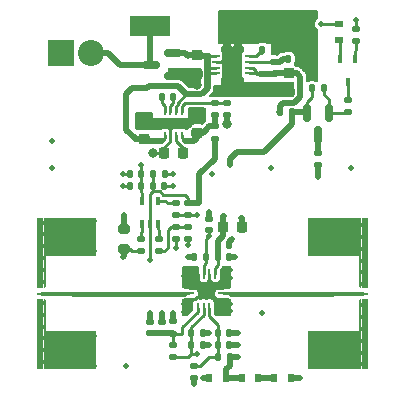
<source format=gtl>
%TF.GenerationSoftware,KiCad,Pcbnew,5.99.0-unknown-b691c18bfc~117~ubuntu20.10.1*%
%TF.CreationDate,2021-03-21T19:03:17-07:00*%
%TF.ProjectId,xx1000-qt,78783130-3030-42d7-9174-2e6b69636164,rev?*%
%TF.SameCoordinates,Original*%
%TF.FileFunction,Copper,L1,Top*%
%TF.FilePolarity,Positive*%
%FSLAX46Y46*%
G04 Gerber Fmt 4.6, Leading zero omitted, Abs format (unit mm)*
G04 Created by KiCad (PCBNEW 5.99.0-unknown-b691c18bfc~117~ubuntu20.10.1) date 2021-03-21 19:03:17*
%MOMM*%
%LPD*%
G01*
G04 APERTURE LIST*
G04 Aperture macros list*
%AMRoundRect*
0 Rectangle with rounded corners*
0 $1 Rounding radius*
0 $2 $3 $4 $5 $6 $7 $8 $9 X,Y pos of 4 corners*
0 Add a 4 corners polygon primitive as box body*
4,1,4,$2,$3,$4,$5,$6,$7,$8,$9,$2,$3,0*
0 Add four circle primitives for the rounded corners*
1,1,$1+$1,$2,$3*
1,1,$1+$1,$4,$5*
1,1,$1+$1,$6,$7*
1,1,$1+$1,$8,$9*
0 Add four rect primitives between the rounded corners*
20,1,$1+$1,$2,$3,$4,$5,0*
20,1,$1+$1,$4,$5,$6,$7,0*
20,1,$1+$1,$6,$7,$8,$9,0*
20,1,$1+$1,$8,$9,$2,$3,0*%
%AMOutline4P*
0 Free polygon, 4 corners , with rotation*
0 The origin of the aperture is its center*
0 number of corners: always 4*
0 $1 to $8 corner X, Y*
0 $9 Rotation angle, in degrees counterclockwise*
0 create outline with 4 corners*
4,1,4,$1,$2,$3,$4,$5,$6,$7,$8,$1,$2,$9*%
G04 Aperture macros list end*
%TA.AperFunction,SMDPad,CuDef*%
%ADD10R,0.600000X6.000000*%
%TD*%
%TA.AperFunction,SMDPad,CuDef*%
%ADD11R,4.500000X3.250000*%
%TD*%
%TA.AperFunction,ComponentPad*%
%ADD12C,0.500000*%
%TD*%
%TA.AperFunction,ComponentPad*%
%ADD13C,3.000000*%
%TD*%
%TA.AperFunction,SMDPad,CuDef*%
%ADD14Outline4P,-2.800000X-0.100000X2.800000X-0.100000X3.000000X0.100000X-3.000000X0.100000X90.000000*%
%TD*%
%TA.AperFunction,SMDPad,CuDef*%
%ADD15R,4.080000X0.410000*%
%TD*%
%TA.AperFunction,SMDPad,CuDef*%
%ADD16Outline4P,-0.205000X-0.475000X0.205000X-0.475000X0.095000X0.475000X-0.095000X0.475000X90.000000*%
%TD*%
%TA.AperFunction,SMDPad,CuDef*%
%ADD17RoundRect,0.135000X0.135000X0.185000X-0.135000X0.185000X-0.135000X-0.185000X0.135000X-0.185000X0*%
%TD*%
%TA.AperFunction,SMDPad,CuDef*%
%ADD18RoundRect,0.135000X-0.135000X-0.185000X0.135000X-0.185000X0.135000X0.185000X-0.135000X0.185000X0*%
%TD*%
%TA.AperFunction,SMDPad,CuDef*%
%ADD19RoundRect,0.135000X0.185000X-0.135000X0.185000X0.135000X-0.185000X0.135000X-0.185000X-0.135000X0*%
%TD*%
%TA.AperFunction,SMDPad,CuDef*%
%ADD20RoundRect,0.135000X-0.185000X0.135000X-0.185000X-0.135000X0.185000X-0.135000X0.185000X0.135000X0*%
%TD*%
%TA.AperFunction,SMDPad,CuDef*%
%ADD21RoundRect,0.140000X0.170000X-0.140000X0.170000X0.140000X-0.170000X0.140000X-0.170000X-0.140000X0*%
%TD*%
%TA.AperFunction,SMDPad,CuDef*%
%ADD22R,0.450000X0.700000*%
%TD*%
%TA.AperFunction,SMDPad,CuDef*%
%ADD23RoundRect,0.140000X0.140000X0.170000X-0.140000X0.170000X-0.140000X-0.170000X0.140000X-0.170000X0*%
%TD*%
%TA.AperFunction,SMDPad,CuDef*%
%ADD24RoundRect,0.140000X-0.140000X-0.170000X0.140000X-0.170000X0.140000X0.170000X-0.140000X0.170000X0*%
%TD*%
%TA.AperFunction,SMDPad,CuDef*%
%ADD25RoundRect,0.225000X-0.250000X0.225000X-0.250000X-0.225000X0.250000X-0.225000X0.250000X0.225000X0*%
%TD*%
%TA.AperFunction,SMDPad,CuDef*%
%ADD26RoundRect,0.225000X0.225000X0.250000X-0.225000X0.250000X-0.225000X-0.250000X0.225000X-0.250000X0*%
%TD*%
%TA.AperFunction,SMDPad,CuDef*%
%ADD27Outline4P,-2.800000X-0.100000X2.800000X-0.100000X3.000000X0.100000X-3.000000X0.100000X270.000000*%
%TD*%
%TA.AperFunction,SMDPad,CuDef*%
%ADD28Outline4P,-0.205000X-0.475000X0.205000X-0.475000X0.095000X0.475000X-0.095000X0.475000X270.000000*%
%TD*%
%TA.AperFunction,SMDPad,CuDef*%
%ADD29R,3.400000X1.800000*%
%TD*%
%TA.AperFunction,SMDPad,CuDef*%
%ADD30R,1.450000X1.450000*%
%TD*%
%TA.AperFunction,SMDPad,CuDef*%
%ADD31RoundRect,0.062500X-0.062500X-0.375000X0.062500X-0.375000X0.062500X0.375000X-0.062500X0.375000X0*%
%TD*%
%TA.AperFunction,SMDPad,CuDef*%
%ADD32RoundRect,0.062500X-0.375000X-0.062500X0.375000X-0.062500X0.375000X0.062500X-0.375000X0.062500X0*%
%TD*%
%TA.AperFunction,SMDPad,CuDef*%
%ADD33RoundRect,0.225000X0.250000X-0.225000X0.250000X0.225000X-0.250000X0.225000X-0.250000X-0.225000X0*%
%TD*%
%TA.AperFunction,SMDPad,CuDef*%
%ADD34RoundRect,0.200000X-0.275000X0.200000X-0.275000X-0.200000X0.275000X-0.200000X0.275000X0.200000X0*%
%TD*%
%TA.AperFunction,SMDPad,CuDef*%
%ADD35RoundRect,0.150000X0.587500X0.150000X-0.587500X0.150000X-0.587500X-0.150000X0.587500X-0.150000X0*%
%TD*%
%TA.AperFunction,SMDPad,CuDef*%
%ADD36RoundRect,0.140000X-0.170000X0.140000X-0.170000X-0.140000X0.170000X-0.140000X0.170000X0.140000X0*%
%TD*%
%TA.AperFunction,SMDPad,CuDef*%
%ADD37R,0.600000X0.700000*%
%TD*%
%TA.AperFunction,SMDPad,CuDef*%
%ADD38R,0.400000X0.650000*%
%TD*%
%TA.AperFunction,SMDPad,CuDef*%
%ADD39RoundRect,0.225000X-0.225000X-0.250000X0.225000X-0.250000X0.225000X0.250000X-0.225000X0.250000X0*%
%TD*%
%TA.AperFunction,SMDPad,CuDef*%
%ADD40R,0.700000X0.600000*%
%TD*%
%TA.AperFunction,SMDPad,CuDef*%
%ADD41RoundRect,0.150000X-0.150000X0.587500X-0.150000X-0.587500X0.150000X-0.587500X0.150000X0.587500X0*%
%TD*%
%TA.AperFunction,ComponentPad*%
%ADD42C,2.200000*%
%TD*%
%TA.AperFunction,ComponentPad*%
%ADD43R,2.200000X2.200000*%
%TD*%
%TA.AperFunction,SMDPad,CuDef*%
%ADD44R,0.250000X0.500000*%
%TD*%
%TA.AperFunction,SMDPad,CuDef*%
%ADD45R,1.600000X0.900000*%
%TD*%
%TA.AperFunction,SMDPad,CuDef*%
%ADD46R,1.660000X2.380000*%
%TD*%
%TA.AperFunction,SMDPad,CuDef*%
%ADD47R,0.700000X0.250000*%
%TD*%
%TA.AperFunction,ViaPad*%
%ADD48C,0.480000*%
%TD*%
%TA.AperFunction,ViaPad*%
%ADD49C,0.800000*%
%TD*%
%TA.AperFunction,Conductor*%
%ADD50C,0.500000*%
%TD*%
%TA.AperFunction,Conductor*%
%ADD51C,0.250000*%
%TD*%
%TA.AperFunction,Conductor*%
%ADD52C,0.390000*%
%TD*%
G04 APERTURE END LIST*
D10*
%TO.P,J4,2,Ext*%
%TO.N,GND*%
X99735000Y-65725000D03*
D11*
X102285000Y-73900000D03*
D12*
X99835000Y-65125000D03*
X99835000Y-68125000D03*
D13*
X102225000Y-73800000D03*
D14*
X100135000Y-72525000D03*
D12*
X99835000Y-67125000D03*
X99835000Y-71925000D03*
X99835000Y-72925000D03*
X99835000Y-73925000D03*
D13*
X102225000Y-64450000D03*
D10*
X99735000Y-72525000D03*
D12*
X99835000Y-63125000D03*
X99835000Y-66125000D03*
D11*
X102285000Y-64350000D03*
D12*
X99835000Y-74925000D03*
X99835000Y-69925000D03*
X99835000Y-64125000D03*
D14*
X100135000Y-65725000D03*
D12*
X99835000Y-70925000D03*
D15*
%TO.P,J4,1,In*%
%TO.N,Net-(J4-Pad1)*%
X102475000Y-69125000D03*
D16*
X99985000Y-69125000D03*
%TD*%
D17*
%TO.P,R10,2*%
%TO.N,Net-(R10-Pad2)*%
X120740000Y-49250000D03*
%TO.P,R10,1*%
%TO.N,GND*%
X121760000Y-49250000D03*
%TD*%
D18*
%TO.P,R7,2*%
%TO.N,+5V*%
X121010000Y-53740000D03*
%TO.P,R7,1*%
%TO.N,Net-(C6-Pad1)*%
X119990000Y-53740000D03*
%TD*%
D17*
%TO.P,R19,2*%
%TO.N,/Vg2*%
X114740000Y-74500000D03*
%TO.P,R19,1*%
%TO.N,Net-(D5-Pad2)*%
X115760000Y-74500000D03*
%TD*%
D19*
%TO.P,R11,2*%
%TO.N,GND*%
X111000000Y-71490000D03*
%TO.P,R11,1*%
%TO.N,Net-(C10-Pad1)*%
X111000000Y-72510000D03*
%TD*%
D20*
%TO.P,R14,2*%
%TO.N,Net-(D5-Pad2)*%
X112250000Y-62510000D03*
%TO.P,R14,1*%
%TO.N,-5V*%
X112250000Y-61490000D03*
%TD*%
%TO.P,R3,2*%
%TO.N,GND*%
X115500000Y-54000000D03*
%TO.P,R3,1*%
%TO.N,Net-(R2-Pad2)*%
X115500000Y-52980000D03*
%TD*%
D21*
%TO.P,C14,2*%
%TO.N,GND*%
X114000000Y-62790000D03*
%TO.P,C14,1*%
%TO.N,/mmic_bias_a1/Vp*%
X114000000Y-63750000D03*
%TD*%
D22*
%TO.P,Q2,3,C*%
%TO.N,Net-(Q2-Pad3)*%
X125750000Y-51240000D03*
%TO.P,Q2,2,E*%
%TO.N,Net-(D1-Pad1)*%
X125100000Y-49240000D03*
%TO.P,Q2,1,B*%
%TO.N,Net-(Q2-Pad1)*%
X126400000Y-49240000D03*
%TD*%
D19*
%TO.P,R16,2*%
%TO.N,Net-(R16-Pad2)*%
X111250000Y-61490000D03*
%TO.P,R16,1*%
%TO.N,Net-(D5-Pad2)*%
X111250000Y-62510000D03*
%TD*%
%TO.P,R13,2*%
%TO.N,/Vg2*%
X112750000Y-75240000D03*
%TO.P,R13,1*%
%TO.N,GND*%
X112750000Y-76260000D03*
%TD*%
D21*
%TO.P,C10,2*%
%TO.N,GND*%
X110000000Y-71500000D03*
%TO.P,C10,1*%
%TO.N,Net-(C10-Pad1)*%
X110000000Y-72460000D03*
%TD*%
D23*
%TO.P,C13,2*%
%TO.N,GND*%
X112770000Y-66000000D03*
%TO.P,C13,1*%
%TO.N,/mmic_bias_a1/Vp*%
X113730000Y-66000000D03*
%TD*%
D24*
%TO.P,C3,2*%
%TO.N,Net-(C3-Pad2)*%
X110980000Y-52490000D03*
%TO.P,C3,1*%
%TO.N,Net-(C3-Pad1)*%
X110020000Y-52490000D03*
%TD*%
%TO.P,C11,2*%
%TO.N,GND*%
X113480000Y-72500000D03*
%TO.P,C11,1*%
%TO.N,-5V*%
X112520000Y-72500000D03*
%TD*%
%TO.P,C25,2*%
%TO.N,GND*%
X110240000Y-60000000D03*
%TO.P,C25,1*%
%TO.N,-5V*%
X109280000Y-60000000D03*
%TD*%
%TO.P,C19,2*%
%TO.N,GND*%
X115730000Y-65000000D03*
%TO.P,C19,1*%
%TO.N,/mmic_bias_a1/Vd*%
X114770000Y-65000000D03*
%TD*%
D21*
%TO.P,C9,2*%
%TO.N,GND*%
X109000000Y-71520000D03*
%TO.P,C9,1*%
%TO.N,Net-(C10-Pad1)*%
X109000000Y-72480000D03*
%TD*%
D25*
%TO.P,C2,2*%
%TO.N,GND*%
X113000000Y-50515000D03*
%TO.P,C2,1*%
%TO.N,Net-(C1-Pad1)*%
X113000000Y-48965000D03*
%TD*%
D26*
%TO.P,C4,2*%
%TO.N,GND*%
X110225000Y-57240000D03*
%TO.P,C4,1*%
%TO.N,Net-(C4-Pad1)*%
X111775000Y-57240000D03*
%TD*%
D10*
%TO.P,J3,2,Ext*%
%TO.N,GND*%
X127180000Y-72530000D03*
D11*
X124630000Y-64355000D03*
D12*
X127080000Y-73130000D03*
X127080000Y-70130000D03*
D13*
X124690000Y-64455000D03*
D27*
X126780000Y-65730000D03*
D12*
X127080000Y-71130000D03*
X127080000Y-66330000D03*
X127080000Y-65330000D03*
X127080000Y-64330000D03*
D13*
X124690000Y-73805000D03*
D10*
X127180000Y-65730000D03*
D12*
X127080000Y-75130000D03*
X127080000Y-72130000D03*
D11*
X124630000Y-73905000D03*
D12*
X127080000Y-63330000D03*
X127080000Y-68330000D03*
X127080000Y-74130000D03*
D27*
X126780000Y-72530000D03*
D12*
X127080000Y-67330000D03*
D15*
%TO.P,J3,1,In*%
%TO.N,Net-(J3-Pad1)*%
X124440000Y-69130000D03*
D28*
X126930000Y-69130000D03*
%TD*%
D24*
%TO.P,C18,2*%
%TO.N,GND*%
X115730000Y-66000000D03*
%TO.P,C18,1*%
%TO.N,/mmic_bias_a1/Vd*%
X114770000Y-66000000D03*
%TD*%
D29*
%TO.P,TP2,1,1*%
%TO.N,Net-(J1-Pad2)*%
X109000000Y-46490000D03*
%TD*%
D20*
%TO.P,R9,2*%
%TO.N,Net-(C6-Pad1)*%
X119500000Y-50510000D03*
%TO.P,R9,1*%
%TO.N,Net-(R10-Pad2)*%
X119500000Y-49490000D03*
%TD*%
D30*
%TO.P,U3,17,GND*%
%TO.N,GND*%
X113800000Y-68870000D03*
D31*
%TO.P,U3,16,NC*%
X113050000Y-67432500D03*
%TO.P,U3,15,Vd1*%
%TO.N,/mmic_bias_a1/Vp*%
X113550000Y-67432500D03*
%TO.P,U3,14,NC*%
%TO.N,GND*%
X114050000Y-67432500D03*
%TO.P,U3,13,Vd2*%
%TO.N,/mmic_bias_a1/Vd*%
X114550000Y-67432500D03*
D32*
%TO.P,U3,12,NC*%
%TO.N,GND*%
X115237500Y-68120000D03*
%TO.P,U3,11,GND*%
X115237500Y-68620000D03*
%TO.P,U3,10,RFout*%
%TO.N,Net-(J3-Pad1)*%
X115237500Y-69120000D03*
%TO.P,U3,9,GND*%
%TO.N,GND*%
X115237500Y-69620000D03*
D31*
%TO.P,U3,8,NC*%
X114550000Y-70307500D03*
%TO.P,U3,7,Vg2*%
%TO.N,/Vg2*%
X114050000Y-70307500D03*
%TO.P,U3,6,Vss*%
%TO.N,-5V*%
X113550000Y-70307500D03*
%TO.P,U3,5,Vg1*%
%TO.N,Net-(C10-Pad1)*%
X113050000Y-70307500D03*
D32*
%TO.P,U3,4,GND*%
%TO.N,GND*%
X112362500Y-69620000D03*
%TO.P,U3,3,RFin*%
%TO.N,Net-(J4-Pad1)*%
X112362500Y-69120000D03*
%TO.P,U3,2,GND*%
%TO.N,GND*%
X112362500Y-68620000D03*
%TO.P,U3,1,NC*%
X112362500Y-68120000D03*
%TD*%
D19*
%TO.P,R1,2*%
%TO.N,GND*%
X126500000Y-46730000D03*
%TO.P,R1,1*%
%TO.N,Net-(Q2-Pad1)*%
X126500000Y-47750000D03*
%TD*%
D24*
%TO.P,C16,2*%
%TO.N,GND*%
X115730000Y-73500000D03*
%TO.P,C16,1*%
%TO.N,/Vg2*%
X114770000Y-73500000D03*
%TD*%
D33*
%TO.P,C1,2*%
%TO.N,GND*%
X108500000Y-54465000D03*
%TO.P,C1,1*%
%TO.N,Net-(C1-Pad1)*%
X108500000Y-56015000D03*
%TD*%
D34*
%TO.P,R15,2*%
%TO.N,/mmic_bias_a1/Vd*%
X106780000Y-65325000D03*
%TO.P,R15,1*%
%TO.N,/mmic_bias_a1/Vp*%
X106780000Y-63675000D03*
%TD*%
D25*
%TO.P,C7,2*%
%TO.N,GND*%
X120750000Y-52025000D03*
%TO.P,C7,1*%
%TO.N,Net-(C6-Pad1)*%
X120750000Y-50475000D03*
%TD*%
D35*
%TO.P,Q1,3,D*%
%TO.N,Net-(J1-Pad2)*%
X109062500Y-49740000D03*
%TO.P,Q1,2,S*%
%TO.N,Net-(C1-Pad1)*%
X110937500Y-48790000D03*
%TO.P,Q1,1,G*%
%TO.N,GND*%
X110937500Y-50690000D03*
%TD*%
D19*
%TO.P,R21,2*%
%TO.N,Net-(R21-Pad2)*%
X108280000Y-64480000D03*
%TO.P,R21,1*%
%TO.N,/mmic_bias_a1/Vd*%
X108280000Y-65500000D03*
%TD*%
D36*
%TO.P,C6,2*%
%TO.N,GND*%
X118500000Y-51480000D03*
%TO.P,C6,1*%
%TO.N,Net-(C6-Pad1)*%
X118500000Y-50520000D03*
%TD*%
D37*
%TO.P,D5,1,K*%
%TO.N,GND*%
X114050000Y-76250000D03*
%TO.P,D5,2,A*%
%TO.N,Net-(D5-Pad2)*%
X115450000Y-76250000D03*
%TD*%
D20*
%TO.P,R18,2*%
%TO.N,GND*%
X112250000Y-64510000D03*
%TO.P,R18,1*%
%TO.N,Net-(R17-Pad2)*%
X112250000Y-63490000D03*
%TD*%
D17*
%TO.P,R8,2*%
%TO.N,+5V*%
X122740000Y-51740000D03*
%TO.P,R8,1*%
%TO.N,Net-(Q3-Pad1)*%
X123760000Y-51740000D03*
%TD*%
D24*
%TO.P,C5,2*%
%TO.N,GND*%
X119500000Y-48500000D03*
%TO.P,C5,1*%
%TO.N,Net-(C5-Pad1)*%
X118540000Y-48500000D03*
%TD*%
D23*
%TO.P,C24,2*%
%TO.N,GND*%
X107300000Y-60000000D03*
%TO.P,C24,1*%
%TO.N,+5V*%
X108260000Y-60000000D03*
%TD*%
D38*
%TO.P,U5,5,V+*%
%TO.N,+5V*%
X108380000Y-61300000D03*
%TO.P,U5,4*%
%TO.N,Net-(R16-Pad2)*%
X109680000Y-61300000D03*
%TO.P,U5,2,V-*%
%TO.N,-5V*%
X109030000Y-63200000D03*
%TO.P,U5,3,-*%
%TO.N,Net-(R22-Pad2)*%
X109680000Y-63200000D03*
%TO.P,U5,1,+*%
%TO.N,Net-(R21-Pad2)*%
X108380000Y-63200000D03*
%TD*%
D19*
%TO.P,R12,2*%
%TO.N,Net-(C10-Pad1)*%
X111000000Y-73500000D03*
%TO.P,R12,1*%
%TO.N,-5V*%
X111000000Y-74520000D03*
%TD*%
%TO.P,R17,2*%
%TO.N,Net-(R17-Pad2)*%
X111250000Y-63490000D03*
%TO.P,R17,1*%
%TO.N,+5V*%
X111250000Y-64510000D03*
%TD*%
D29*
%TO.P,TP1,1,1*%
%TO.N,GND*%
X117250000Y-46490000D03*
%TD*%
D24*
%TO.P,C26,2*%
%TO.N,GND*%
X110260000Y-59000000D03*
%TO.P,C26,1*%
%TO.N,-5V*%
X109300000Y-59000000D03*
%TD*%
D19*
%TO.P,R22,2*%
%TO.N,Net-(R22-Pad2)*%
X109780000Y-64490000D03*
%TO.P,R22,1*%
%TO.N,Net-(R17-Pad2)*%
X109780000Y-65510000D03*
%TD*%
D24*
%TO.P,C12,2*%
%TO.N,GND*%
X113480000Y-73500000D03*
%TO.P,C12,1*%
%TO.N,-5V*%
X112520000Y-73500000D03*
%TD*%
D23*
%TO.P,C22,2*%
%TO.N,GND*%
X107300000Y-59000000D03*
%TO.P,C22,1*%
%TO.N,+5V*%
X108260000Y-59000000D03*
%TD*%
D39*
%TO.P,C20,2*%
%TO.N,GND*%
X116775000Y-63520000D03*
%TO.P,C20,1*%
%TO.N,/mmic_bias_a1/Vd*%
X115225000Y-63520000D03*
%TD*%
D19*
%TO.P,R2,2*%
%TO.N,Net-(R2-Pad2)*%
X114500000Y-52980000D03*
%TO.P,R2,1*%
%TO.N,Net-(C8-Pad1)*%
X114500000Y-54000000D03*
%TD*%
D37*
%TO.P,D6,1,K*%
%TO.N,Net-(D5-Pad2)*%
X116800000Y-76250000D03*
%TO.P,D6,2,A*%
%TO.N,Net-(D6-Pad2)*%
X118200000Y-76250000D03*
%TD*%
D24*
%TO.P,C15,2*%
%TO.N,GND*%
X115730000Y-72500000D03*
%TO.P,C15,1*%
%TO.N,/Vg2*%
X114770000Y-72500000D03*
%TD*%
D20*
%TO.P,R6,2*%
%TO.N,-5V*%
X114500000Y-56000000D03*
%TO.P,R6,1*%
%TO.N,Net-(C8-Pad1)*%
X114500000Y-54980000D03*
%TD*%
D40*
%TO.P,D1,1,K*%
%TO.N,Net-(D1-Pad1)*%
X125000000Y-47690000D03*
%TO.P,D1,2,A*%
%TO.N,-5V*%
X125000000Y-46290000D03*
%TD*%
D37*
%TO.P,D7,1,K*%
%TO.N,Net-(D6-Pad2)*%
X119550000Y-76250000D03*
%TO.P,D7,2,A*%
%TO.N,GND*%
X120950000Y-76250000D03*
%TD*%
D33*
%TO.P,C8,2*%
%TO.N,GND*%
X113000000Y-53965000D03*
%TO.P,C8,1*%
%TO.N,Net-(C8-Pad1)*%
X113000000Y-55515000D03*
%TD*%
D20*
%TO.P,R5,2*%
%TO.N,Net-(Q3-Pad1)*%
X125750000Y-53740000D03*
%TO.P,R5,1*%
%TO.N,Net-(Q2-Pad3)*%
X125750000Y-52720000D03*
%TD*%
D41*
%TO.P,Q3,3,D*%
%TO.N,Net-(Q3-Pad3)*%
X123250000Y-55677500D03*
%TO.P,Q3,2,S*%
%TO.N,+5V*%
X122300000Y-53802500D03*
%TO.P,Q3,1,G*%
%TO.N,Net-(Q3-Pad1)*%
X124200000Y-53802500D03*
%TD*%
D42*
%TO.P,J1,2,Pin_2*%
%TO.N,Net-(J1-Pad2)*%
X104040000Y-48740000D03*
D43*
%TO.P,J1,1,Pin_1*%
%TO.N,GND*%
X101500000Y-48740000D03*
%TD*%
D44*
%TO.P,U1,6,EN*%
%TO.N,Net-(C1-Pad1)*%
X111250000Y-53790000D03*
%TO.P,U1,5,VFB*%
%TO.N,Net-(R2-Pad2)*%
X111750000Y-53790000D03*
%TO.P,U1,4,VOUT*%
%TO.N,Net-(C8-Pad1)*%
X111750000Y-55690000D03*
%TO.P,U1,2,GND*%
%TO.N,GND*%
X110750000Y-55690000D03*
%TO.P,U1,1,VIN*%
%TO.N,Net-(C1-Pad1)*%
X110250000Y-55690000D03*
D45*
%TO.P,U1,9,PAD*%
%TO.N,GND*%
X111000000Y-54740000D03*
D44*
%TO.P,U1,8,C+*%
%TO.N,Net-(C3-Pad1)*%
X110250000Y-53790000D03*
%TO.P,U1,7,C-*%
%TO.N,Net-(C3-Pad2)*%
X110750000Y-53790000D03*
%TO.P,U1,3,CPOUT*%
%TO.N,Net-(C4-Pad1)*%
X111250000Y-55690000D03*
%TD*%
D20*
%TO.P,R4,2*%
%TO.N,/mmic_bias_a1/Vp*%
X123250000Y-58260000D03*
%TO.P,R4,1*%
%TO.N,Net-(Q3-Pad3)*%
X123250000Y-57240000D03*
%TD*%
D46*
%TO.P,U2,9,GND*%
%TO.N,GND*%
X116000000Y-49740000D03*
D47*
%TO.P,U2,8,VIN*%
%TO.N,Net-(C1-Pad1)*%
X114600000Y-50490000D03*
%TO.P,U2,7,VIN*%
X114600000Y-49990000D03*
%TO.P,U2,6,GND*%
%TO.N,GND*%
X114600000Y-49490000D03*
%TO.P,U2,5,EN*%
%TO.N,Net-(C1-Pad1)*%
X114600000Y-48990000D03*
%TO.P,U2,4,SS*%
%TO.N,Net-(C5-Pad1)*%
X117400000Y-48990000D03*
%TO.P,U2,3,SENSE*%
%TO.N,Net-(R10-Pad2)*%
X117400000Y-49490000D03*
%TO.P,U2,2,VOUT*%
%TO.N,Net-(C6-Pad1)*%
X117400000Y-49990000D03*
%TO.P,U2,1,VOUT*%
X117400000Y-50490000D03*
%TD*%
D48*
%TO.N,GND*%
X115800000Y-67100000D03*
X113800000Y-68870000D03*
X112600000Y-67600000D03*
X111900000Y-70000000D03*
X111900000Y-70700000D03*
X115800000Y-70600000D03*
X115800000Y-70000000D03*
X115800000Y-67800000D03*
X111900000Y-67600000D03*
X118500000Y-70750000D03*
X107000000Y-75250000D03*
X100750000Y-56250000D03*
X100750000Y-58500000D03*
X126000000Y-58500000D03*
X119250000Y-58500000D03*
%TO.N,/mmic_bias_a1/Vp*%
X114000000Y-64250000D03*
%TO.N,GND*%
X112750000Y-76750000D03*
X113500000Y-76250000D03*
%TO.N,-5V*%
X109000000Y-66250000D03*
%TO.N,Net-(D5-Pad2)*%
X116500000Y-74500000D03*
%TO.N,GND*%
X121750000Y-76250000D03*
X116500000Y-73500000D03*
X116500000Y-72500000D03*
X109000000Y-70750000D03*
X110000000Y-70750000D03*
X111000000Y-70750000D03*
X114000000Y-73500000D03*
X114000000Y-72500000D03*
%TO.N,-5V*%
X113000000Y-74250000D03*
%TO.N,GND*%
X112250000Y-66000000D03*
X116250000Y-66000000D03*
X114000000Y-62250000D03*
X116000000Y-64470000D03*
D49*
X111000000Y-54740000D03*
D48*
X122750000Y-72750000D03*
D49*
X115500000Y-51240000D03*
D48*
X126500000Y-46000000D03*
X114250000Y-68400000D03*
D49*
X117250000Y-46490000D03*
X122250000Y-46000000D03*
D48*
X113300000Y-69300000D03*
D49*
X116500000Y-51240000D03*
D48*
X114250000Y-69300000D03*
D49*
X115500000Y-54740000D03*
D48*
X111000000Y-59000000D03*
X104250000Y-72750000D03*
D49*
X115500000Y-48240000D03*
D48*
X106750000Y-59000000D03*
D49*
X116500000Y-48240000D03*
D48*
X104250000Y-75250000D03*
D49*
X119800000Y-47500000D03*
X112000000Y-50740000D03*
D48*
X104250000Y-63000000D03*
D49*
X109250000Y-57240000D03*
X116000000Y-50490000D03*
D48*
X111000000Y-60000000D03*
D49*
X114750000Y-52000000D03*
D48*
X116750000Y-62720000D03*
X106750000Y-60000000D03*
D49*
X109750000Y-54740000D03*
X119500000Y-52000000D03*
D48*
X113300000Y-68400000D03*
D49*
X122750000Y-49250000D03*
X116000000Y-48990000D03*
D48*
X114250000Y-59000000D03*
X104250000Y-65500000D03*
D49*
X112250000Y-54740000D03*
X117250000Y-52000000D03*
X113000000Y-51490000D03*
D48*
X122750000Y-65500000D03*
X112250000Y-65000000D03*
X122750000Y-75250000D03*
X122750000Y-63000000D03*
D49*
X119800000Y-46000000D03*
D48*
%TO.N,-5V*%
X114500000Y-56750000D03*
X123500000Y-46300000D03*
%TO.N,+5V*%
X111250000Y-65250000D03*
X115750000Y-58250000D03*
X108250000Y-58250000D03*
%TO.N,/mmic_bias_a1/Vd*%
X106750000Y-66000000D03*
X115300000Y-62520000D03*
%TO.N,/mmic_bias_a1/Vp*%
X106800000Y-62500000D03*
X123200000Y-59300000D03*
%TO.N,Net-(D5-Pad2)*%
X113000000Y-62500000D03*
%TD*%
D50*
%TO.N,+5V*%
X121010000Y-53740000D02*
X122237500Y-53740000D01*
X122237500Y-53740000D02*
X122300000Y-53802500D01*
X121010000Y-53740000D02*
X121010000Y-54790000D01*
D51*
%TO.N,/mmic_bias_a1/Vp*%
X113730000Y-64520000D02*
X114000000Y-64250000D01*
D50*
%TO.N,GND*%
X112750000Y-76260000D02*
X112750000Y-76750000D01*
X114050000Y-76250000D02*
X113500000Y-76250000D01*
%TO.N,Net-(C10-Pad1)*%
X110000000Y-72460000D02*
X110950000Y-72460000D01*
X110950000Y-72460000D02*
X111000000Y-72510000D01*
X109000000Y-72480000D02*
X109980000Y-72480000D01*
X109980000Y-72480000D02*
X110000000Y-72460000D01*
D51*
%TO.N,-5V*%
X109030000Y-66220000D02*
X109000000Y-66250000D01*
X109030000Y-63200000D02*
X109030000Y-66220000D01*
D50*
%TO.N,Net-(D5-Pad2)*%
X115760000Y-74500000D02*
X116500000Y-74500000D01*
%TO.N,GND*%
X120950000Y-76250000D02*
X121750000Y-76250000D01*
%TO.N,Net-(D6-Pad2)*%
X118200000Y-76250000D02*
X119550000Y-76250000D01*
%TO.N,Net-(D5-Pad2)*%
X115450000Y-76250000D02*
X116800000Y-76250000D01*
X115450000Y-75550000D02*
X115450000Y-76250000D01*
X115760000Y-74500000D02*
X115760000Y-75240000D01*
X115760000Y-75240000D02*
X115450000Y-75550000D01*
%TO.N,GND*%
X115730000Y-73500000D02*
X116500000Y-73500000D01*
X115730000Y-72500000D02*
X116500000Y-72500000D01*
D51*
%TO.N,/Vg2*%
X114770000Y-71770000D02*
X114770000Y-72500000D01*
X114050000Y-70307500D02*
X114050000Y-71050000D01*
X114050000Y-71050000D02*
X114770000Y-71770000D01*
X114770000Y-73500000D02*
X114770000Y-72500000D01*
X114740000Y-74500000D02*
X114740000Y-73530000D01*
X114740000Y-73530000D02*
X114770000Y-73500000D01*
X114000000Y-74500000D02*
X114740000Y-74500000D01*
X112750000Y-75240000D02*
X113260000Y-75240000D01*
X113260000Y-75240000D02*
X114000000Y-74500000D01*
D50*
%TO.N,GND*%
X109000000Y-71520000D02*
X109000000Y-70750000D01*
X110000000Y-71500000D02*
X110000000Y-70750000D01*
X111000000Y-71490000D02*
X111000000Y-70750000D01*
X113480000Y-73500000D02*
X114000000Y-73500000D01*
X113480000Y-72500000D02*
X114000000Y-72500000D01*
D51*
%TO.N,-5V*%
X112540000Y-74250000D02*
X113000000Y-74250000D01*
X112520000Y-74230000D02*
X112540000Y-74250000D01*
X112520000Y-72500000D02*
X112520000Y-73500000D01*
X112520000Y-74230000D02*
X112520000Y-73500000D01*
X111000000Y-74520000D02*
X112230000Y-74520000D01*
X112230000Y-74520000D02*
X112520000Y-74230000D01*
%TO.N,Net-(C10-Pad1)*%
X111000000Y-72510000D02*
X111000000Y-73500000D01*
X111740000Y-72510000D02*
X111000000Y-72510000D01*
X113050000Y-70307500D02*
X113050000Y-70700000D01*
X113050000Y-70700000D02*
X111750000Y-72000000D01*
X111750000Y-72000000D02*
X111750000Y-72500000D01*
X111750000Y-72500000D02*
X111740000Y-72510000D01*
%TO.N,-5V*%
X112520000Y-72020000D02*
X112520000Y-72500000D01*
X113550000Y-70307500D02*
X113550000Y-70950000D01*
X113550000Y-70950000D02*
X112500000Y-72000000D01*
X112500000Y-72000000D02*
X112520000Y-72020000D01*
D50*
%TO.N,GND*%
X112770000Y-66000000D02*
X112250000Y-66000000D01*
X115730000Y-66000000D02*
X116250000Y-66000000D01*
D51*
X112800000Y-69620000D02*
X112960000Y-69460000D01*
X112960000Y-69460000D02*
X113210000Y-69460000D01*
X113210000Y-69460000D02*
X113800000Y-68870000D01*
X112362500Y-68620000D02*
X113550000Y-68620000D01*
X113550000Y-68620000D02*
X113800000Y-68870000D01*
X112362500Y-69620000D02*
X112800000Y-69620000D01*
X114620000Y-69620000D02*
X114550000Y-69690000D01*
X114550000Y-69690000D02*
X114550000Y-70307500D01*
X115237500Y-69620000D02*
X114620000Y-69620000D01*
X114620000Y-69620000D02*
X114250000Y-69250000D01*
X115237500Y-68620000D02*
X114370000Y-68620000D01*
X114370000Y-68620000D02*
X114250000Y-68500000D01*
X114420000Y-68250000D02*
X113800000Y-68870000D01*
X115237500Y-68120000D02*
X115107500Y-68250000D01*
X115107500Y-68250000D02*
X114420000Y-68250000D01*
X114050000Y-67432500D02*
X114050000Y-69050000D01*
X114050000Y-69050000D02*
X114250000Y-69250000D01*
X112362500Y-68120000D02*
X113050000Y-68120000D01*
X113050000Y-68120000D02*
X113800000Y-68870000D01*
X113050000Y-67432500D02*
X113050000Y-68120000D01*
D50*
X114000000Y-62790000D02*
X114000000Y-62250000D01*
D51*
%TO.N,/mmic_bias_a1/Vd*%
X114770000Y-66730000D02*
X114770000Y-66000000D01*
X114550000Y-67432500D02*
X114550000Y-66950000D01*
X114550000Y-66950000D02*
X114770000Y-66730000D01*
%TO.N,/mmic_bias_a1/Vp*%
X113730000Y-66000000D02*
X113730000Y-64520000D01*
X114000000Y-64250000D02*
X114000000Y-63750000D01*
X113550000Y-66700000D02*
X113750000Y-66500000D01*
X113550000Y-67432500D02*
X113550000Y-66700000D01*
X113750000Y-66500000D02*
X113730000Y-66480000D01*
X113730000Y-66480000D02*
X113730000Y-66000000D01*
D50*
%TO.N,Net-(C1-Pad1)*%
X111399388Y-51545000D02*
X112094388Y-52240000D01*
X107775000Y-56015000D02*
X108500000Y-56015000D01*
X108945000Y-51545000D02*
X111399388Y-51545000D01*
D51*
X112750000Y-52240000D02*
X113500000Y-52240000D01*
X114600000Y-49990000D02*
X114000000Y-49990000D01*
X113997990Y-50487990D02*
X113997990Y-49987990D01*
X110250000Y-55690000D02*
X110250000Y-55990000D01*
D50*
X109250000Y-56240000D02*
X108725000Y-56240000D01*
D51*
X111377009Y-52957379D02*
X112094388Y-52240000D01*
D50*
X112250000Y-48990000D02*
X112275000Y-48965000D01*
X107500000Y-51740000D02*
X107000000Y-52240000D01*
X114000000Y-48990000D02*
X113990000Y-48990000D01*
X108725000Y-56240000D02*
X108500000Y-56015000D01*
X108945000Y-51545000D02*
X108750000Y-51740000D01*
X107000000Y-52240000D02*
X107000000Y-54740000D01*
D51*
X113500000Y-52240000D02*
X114000000Y-51740000D01*
X111250000Y-53790000D02*
X111250000Y-53273172D01*
X111377009Y-53146163D02*
X111377009Y-52957379D01*
D50*
X111000000Y-48790000D02*
X111050000Y-48740000D01*
D51*
X113997990Y-51737990D02*
X113997990Y-50487990D01*
D50*
X107750000Y-55990000D02*
X107775000Y-56015000D01*
X113990000Y-48990000D02*
X113025000Y-48990000D01*
X107000000Y-55240000D02*
X107750000Y-55990000D01*
X113372966Y-52267011D02*
X113872989Y-51766988D01*
X111050000Y-48740000D02*
X111750000Y-48740000D01*
D51*
X112094388Y-52240000D02*
X112750000Y-52240000D01*
X114000000Y-49990000D02*
X113997990Y-49987990D01*
D50*
X112275000Y-48965000D02*
X113000000Y-48965000D01*
D51*
X110250000Y-55990000D02*
X110000000Y-56240000D01*
X114000000Y-50490000D02*
X113997990Y-50487990D01*
X113997990Y-48992010D02*
X114000000Y-48990000D01*
D50*
X112121399Y-52267011D02*
X113372966Y-52267011D01*
X113872989Y-49107011D02*
X113990000Y-48990000D01*
D51*
X111250000Y-53273172D02*
X111377009Y-53146163D01*
D50*
X112094388Y-52240000D02*
X112121399Y-52267011D01*
X113025000Y-48990000D02*
X113000000Y-48965000D01*
X108750000Y-51740000D02*
X107500000Y-51740000D01*
D51*
X114600000Y-50490000D02*
X114000000Y-50490000D01*
D50*
X111000000Y-48790000D02*
X110950000Y-48740000D01*
X112000000Y-48740000D02*
X112250000Y-48990000D01*
D51*
X113997990Y-49987990D02*
X113997990Y-48992010D01*
D50*
X111750000Y-48740000D02*
X112000000Y-48740000D01*
X110000000Y-56240000D02*
X109250000Y-56240000D01*
X107000000Y-54740000D02*
X107000000Y-55240000D01*
D51*
X114600000Y-48990000D02*
X114000000Y-48990000D01*
X114000000Y-51740000D02*
X113997990Y-51737990D01*
D50*
X113872989Y-51766988D02*
X113872989Y-49107011D01*
D51*
%TO.N,Net-(C3-Pad2)*%
X110750000Y-53240000D02*
X111000000Y-52990000D01*
X111000000Y-52510000D02*
X110980000Y-52490000D01*
X111000000Y-52990000D02*
X111000000Y-52510000D01*
X110750000Y-53790000D02*
X110750000Y-53240000D01*
%TO.N,Net-(C3-Pad1)*%
X110000000Y-52990000D02*
X110000000Y-52510000D01*
X110250000Y-53790000D02*
X110250000Y-53240000D01*
X110250000Y-53240000D02*
X110000000Y-52990000D01*
X110000000Y-52510000D02*
X110020000Y-52490000D01*
%TO.N,Net-(C4-Pad1)*%
X111250000Y-56240000D02*
X111250000Y-55690000D01*
X111775000Y-56765000D02*
X111250000Y-56240000D01*
X111775000Y-57240000D02*
X111775000Y-56765000D01*
%TO.N,Net-(C5-Pad1)*%
X117400000Y-48990000D02*
X118000000Y-48990000D01*
X118250000Y-48740000D02*
X118520000Y-48740000D01*
X118000000Y-48990000D02*
X118250000Y-48740000D01*
%TO.N,GND*%
X107300000Y-59000000D02*
X106750000Y-59000000D01*
D50*
X115500000Y-54000000D02*
X115500000Y-54740000D01*
D51*
X126500000Y-46730000D02*
X126500000Y-46000000D01*
X112250000Y-64510000D02*
X112250000Y-65000000D01*
D50*
X116775000Y-62745000D02*
X116750000Y-62720000D01*
X113000000Y-50515000D02*
X113000000Y-51240000D01*
D51*
X110225000Y-57240000D02*
X109250000Y-57240000D01*
X110750000Y-55690000D02*
X110750000Y-54990000D01*
X110225000Y-57240000D02*
X110225000Y-56765000D01*
D50*
X115730000Y-64740000D02*
X116000000Y-64470000D01*
X111000000Y-50690000D02*
X111950000Y-50690000D01*
X116775000Y-63520000D02*
X116775000Y-62745000D01*
D51*
X110225000Y-56765000D02*
X110750000Y-56240000D01*
D50*
X111950000Y-50690000D02*
X112000000Y-50740000D01*
D51*
X110750000Y-56240000D02*
X110750000Y-55690000D01*
X107300000Y-60000000D02*
X106750000Y-60000000D01*
D52*
X108500000Y-54465000D02*
X109475000Y-54465000D01*
D51*
X114600000Y-49490000D02*
X115750000Y-49490000D01*
X110750000Y-54990000D02*
X111000000Y-54740000D01*
D50*
X112250000Y-54740000D02*
X112250000Y-54715000D01*
D51*
X110240000Y-60000000D02*
X111000000Y-60000000D01*
D50*
X111000000Y-54740000D02*
X112250000Y-54740000D01*
D51*
X110260000Y-59000000D02*
X111000000Y-59000000D01*
D50*
X112250000Y-54715000D02*
X113000000Y-53965000D01*
D52*
X109475000Y-54465000D02*
X109750000Y-54740000D01*
D51*
X115750000Y-49490000D02*
X116000000Y-49740000D01*
D50*
X115730000Y-65000000D02*
X115730000Y-64740000D01*
%TO.N,Net-(C8-Pad1)*%
X112000000Y-56240000D02*
X112750000Y-56240000D01*
D51*
X111750000Y-55690000D02*
X111750000Y-55990000D01*
D50*
X114010000Y-54980000D02*
X114500000Y-54980000D01*
X113750000Y-55240000D02*
X114010000Y-54980000D01*
X114500000Y-54980000D02*
X114500000Y-54000000D01*
D51*
X111750000Y-55990000D02*
X112000000Y-56240000D01*
D50*
X113000000Y-55515000D02*
X113475000Y-55515000D01*
X112750000Y-56240000D02*
X113000000Y-55990000D01*
X113000000Y-55990000D02*
X113000000Y-55515000D01*
X113475000Y-55515000D02*
X113750000Y-55240000D01*
D51*
%TO.N,-5V*%
X109280000Y-59020000D02*
X109300000Y-59000000D01*
X112250000Y-61000000D02*
X112000000Y-60750000D01*
D50*
X114500000Y-56000000D02*
X114500000Y-56750000D01*
D51*
X109030000Y-60720000D02*
X109280000Y-60470000D01*
D50*
X113190000Y-61490000D02*
X112250000Y-61490000D01*
D51*
X110125598Y-60750000D02*
X109845598Y-60470000D01*
D50*
X113190000Y-61490000D02*
X113190000Y-59010000D01*
D51*
X112250000Y-61490000D02*
X112250000Y-61000000D01*
X109030000Y-63200000D02*
X109030000Y-60720000D01*
X109845598Y-60470000D02*
X109280000Y-60470000D01*
D50*
X113190000Y-59010000D02*
X114500000Y-57700000D01*
D51*
X125000000Y-46290000D02*
X123510000Y-46290000D01*
X123510000Y-46290000D02*
X123500000Y-46300000D01*
X112000000Y-60750000D02*
X110125598Y-60750000D01*
X109280000Y-60000000D02*
X109280000Y-59020000D01*
X109280000Y-60470000D02*
X109280000Y-60000000D01*
D50*
X114500000Y-57700000D02*
X114500000Y-56750000D01*
D51*
%TO.N,Net-(D1-Pad1)*%
X125100000Y-49240000D02*
X125100000Y-47790000D01*
X125100000Y-47790000D02*
X125000000Y-47690000D01*
D50*
%TO.N,Net-(J1-Pad2)*%
X109000000Y-49740000D02*
X106500000Y-49740000D01*
X109000000Y-46490000D02*
X109000000Y-49740000D01*
X104040000Y-48740000D02*
X105500000Y-48740000D01*
X106500000Y-49740000D02*
X106000000Y-49240000D01*
X105500000Y-48740000D02*
X106000000Y-49240000D01*
D51*
%TO.N,Net-(J3-Pad1)*%
X115237500Y-69120000D02*
X115870000Y-69120000D01*
X115870000Y-69120000D02*
X115880000Y-69130000D01*
D52*
X124440000Y-69130000D02*
X115880000Y-69130000D01*
%TO.N,Net-(J4-Pad1)*%
X102490000Y-69125000D02*
X111925000Y-69125000D01*
D51*
X111930000Y-69120000D02*
X111925000Y-69125000D01*
X112362500Y-69120000D02*
X111930000Y-69120000D01*
%TO.N,+5V*%
X108250000Y-60500000D02*
X108380000Y-60630000D01*
X108260000Y-59000000D02*
X108260000Y-60000000D01*
X122300000Y-53802500D02*
X122300000Y-52950000D01*
X108260000Y-58260000D02*
X108250000Y-58250000D01*
X108260000Y-60000000D02*
X108260000Y-60490000D01*
D50*
X116400000Y-57100000D02*
X118700000Y-57100000D01*
X115800000Y-57700000D02*
X116400000Y-57100000D01*
D51*
X111250000Y-64510000D02*
X111250000Y-65250000D01*
X115810000Y-58310000D02*
X115750000Y-58250000D01*
X122740000Y-52490000D02*
X122740000Y-51740000D01*
X122750000Y-52500000D02*
X122740000Y-52490000D01*
D50*
X115750000Y-58250000D02*
X115800000Y-58200000D01*
D51*
X108380000Y-60630000D02*
X108380000Y-61300000D01*
X108260000Y-60490000D02*
X108250000Y-60500000D01*
D50*
X115800000Y-58200000D02*
X115800000Y-57700000D01*
X118700000Y-57100000D02*
X121010000Y-54790000D01*
D51*
X108260000Y-59000000D02*
X108260000Y-58260000D01*
X122300000Y-52950000D02*
X122750000Y-52500000D01*
%TO.N,Net-(Q2-Pad3)*%
X125750000Y-52720000D02*
X125750000Y-51240000D01*
%TO.N,Net-(Q2-Pad1)*%
X126500000Y-48500000D02*
X126400000Y-48600000D01*
X126500000Y-47750000D02*
X126500000Y-48500000D01*
X126400000Y-48600000D02*
X126400000Y-49240000D01*
D50*
%TO.N,Net-(Q3-Pad3)*%
X123250000Y-55677500D02*
X123250000Y-57240000D01*
%TO.N,/mmic_bias_a1/Vd*%
X115225000Y-64245000D02*
X115225000Y-63520000D01*
X114770000Y-65000000D02*
X114770000Y-64700000D01*
X106780000Y-65970000D02*
X106750000Y-66000000D01*
D51*
X106780000Y-65325000D02*
X107325000Y-65325000D01*
D50*
X115225000Y-62595000D02*
X115300000Y-62520000D01*
X114770000Y-64700000D02*
X115225000Y-64245000D01*
X114770000Y-66000000D02*
X114770000Y-65000000D01*
D51*
X107500000Y-65500000D02*
X108280000Y-65500000D01*
X107325000Y-65325000D02*
X107500000Y-65500000D01*
D50*
X106780000Y-65325000D02*
X106780000Y-65970000D01*
X115225000Y-63520000D02*
X115225000Y-62595000D01*
D51*
%TO.N,Net-(Q3-Pad1)*%
X124200000Y-52700000D02*
X124200000Y-53802500D01*
X123760000Y-51740000D02*
X123760000Y-52260000D01*
X125687500Y-53802500D02*
X125750000Y-53740000D01*
X124200000Y-53802500D02*
X125687500Y-53802500D01*
X123760000Y-52260000D02*
X124200000Y-52700000D01*
%TO.N,Net-(R2-Pad2)*%
X114500000Y-52980000D02*
X115500000Y-52980000D01*
X111750000Y-53790000D02*
X111750000Y-53240000D01*
X112000000Y-52990000D02*
X112010000Y-52980000D01*
X111750000Y-53240000D02*
X112000000Y-52990000D01*
X112010000Y-52980000D02*
X114500000Y-52980000D01*
%TO.N,Net-(C6-Pad1)*%
X117400000Y-49990000D02*
X117740000Y-49990000D01*
X117400000Y-50490000D02*
X118470000Y-50490000D01*
X117740000Y-49990000D02*
X118000000Y-50250000D01*
X118010000Y-50510000D02*
X118750000Y-50510000D01*
X118000000Y-50250000D02*
X118000000Y-50500000D01*
D50*
X119990000Y-53260000D02*
X119990000Y-53740000D01*
X121475000Y-50475000D02*
X121750000Y-50750000D01*
X119975000Y-53725000D02*
X119990000Y-53740000D01*
X120750000Y-50475000D02*
X121475000Y-50475000D01*
X121250000Y-53000000D02*
X120250000Y-53000000D01*
X119490000Y-50520000D02*
X119500000Y-50510000D01*
X120250000Y-53000000D02*
X119990000Y-53260000D01*
X121750000Y-52500000D02*
X121250000Y-53000000D01*
X121750000Y-50750000D02*
X121750000Y-52500000D01*
X118500000Y-50520000D02*
X119490000Y-50520000D01*
D51*
X118000000Y-50500000D02*
X118010000Y-50510000D01*
D50*
X119520000Y-50490000D02*
X119500000Y-50510000D01*
D51*
X118470000Y-50490000D02*
X118500000Y-50520000D01*
D50*
X120975000Y-50490000D02*
X119520000Y-50490000D01*
%TO.N,/mmic_bias_a1/Vp*%
X106780000Y-62520000D02*
X106800000Y-62500000D01*
X123250000Y-59250000D02*
X123200000Y-59300000D01*
X106780000Y-63675000D02*
X106780000Y-62520000D01*
X123250000Y-58260000D02*
X123250000Y-59250000D01*
D51*
%TO.N,Net-(R16-Pad2)*%
X110500000Y-61500000D02*
X110510000Y-61490000D01*
X110300000Y-61300000D02*
X110500000Y-61500000D01*
X110510000Y-61490000D02*
X111410000Y-61490000D01*
X109680000Y-61300000D02*
X110300000Y-61300000D01*
%TO.N,Net-(R17-Pad2)*%
X112250000Y-63490000D02*
X111250000Y-63490000D01*
X110760000Y-63490000D02*
X110500000Y-63750000D01*
X110500000Y-65250000D02*
X110240000Y-65510000D01*
X110240000Y-65510000D02*
X109780000Y-65510000D01*
X111250000Y-63490000D02*
X110760000Y-63490000D01*
X110500000Y-63750000D02*
X110500000Y-65250000D01*
%TO.N,Net-(R10-Pad2)*%
X117510000Y-49490000D02*
X119500000Y-49490000D01*
D50*
X119500000Y-49490000D02*
X120010000Y-49490000D01*
X120010000Y-49490000D02*
X120250000Y-49250000D01*
D51*
X118750000Y-49490000D02*
X119500000Y-49490000D01*
X117400000Y-49490000D02*
X117490000Y-49490000D01*
X117500000Y-49500000D02*
X117510000Y-49490000D01*
X117490000Y-49490000D02*
X117500000Y-49500000D01*
D50*
X120250000Y-49250000D02*
X120740000Y-49250000D01*
D51*
%TO.N,Net-(R21-Pad2)*%
X108380000Y-63870000D02*
X108250000Y-64000000D01*
X108280000Y-64030000D02*
X108280000Y-64480000D01*
X108250000Y-64000000D02*
X108280000Y-64030000D01*
X108380000Y-63200000D02*
X108380000Y-63870000D01*
%TO.N,Net-(R22-Pad2)*%
X109680000Y-63200000D02*
X109680000Y-63680000D01*
X109680000Y-63680000D02*
X109780000Y-63780000D01*
X109780000Y-63780000D02*
X109780000Y-64490000D01*
%TO.N,Net-(D5-Pad2)*%
X112250000Y-62510000D02*
X112990000Y-62510000D01*
X111250000Y-62510000D02*
X112250000Y-62510000D01*
X112990000Y-62510000D02*
X113000000Y-62500000D01*
%TD*%
%TA.AperFunction,Conductor*%
%TO.N,GND*%
G36*
X116959191Y-48258907D02*
G01*
X116995155Y-48308407D01*
X117000000Y-48339000D01*
X117000000Y-48540739D01*
X116981093Y-48598930D01*
X116949662Y-48623709D01*
X116950694Y-48625253D01*
X116866506Y-48681506D01*
X116810253Y-48765694D01*
X116808351Y-48775257D01*
X116808350Y-48775259D01*
X116800990Y-48812263D01*
X116790500Y-48865000D01*
X116790500Y-49115000D01*
X116791448Y-49119764D01*
X116810253Y-49214306D01*
X116808252Y-49214704D01*
X116812055Y-49262997D01*
X116810253Y-49265694D01*
X116790500Y-49365000D01*
X116790500Y-49615000D01*
X116802651Y-49676087D01*
X116810253Y-49714306D01*
X116808252Y-49714704D01*
X116812055Y-49762997D01*
X116810253Y-49765694D01*
X116790500Y-49865000D01*
X116790500Y-50115000D01*
X116791448Y-50119764D01*
X116810253Y-50214306D01*
X116808252Y-50214704D01*
X116812055Y-50262997D01*
X116810253Y-50265694D01*
X116790500Y-50365000D01*
X116790500Y-50615000D01*
X116798202Y-50653719D01*
X116807902Y-50702486D01*
X116810253Y-50714306D01*
X116866506Y-50798494D01*
X116874616Y-50803913D01*
X116950694Y-50854747D01*
X116949361Y-50856742D01*
X116985414Y-50887538D01*
X117000000Y-50939261D01*
X117000000Y-51240000D01*
X120750000Y-51240000D01*
X120750000Y-51231756D01*
X120758317Y-51220309D01*
X120807817Y-51184345D01*
X120838410Y-51179500D01*
X121034914Y-51179500D01*
X121038402Y-51179001D01*
X121038409Y-51179000D01*
X121132466Y-51165530D01*
X121192749Y-51175997D01*
X121235367Y-51219899D01*
X121245500Y-51263530D01*
X121245500Y-52250022D01*
X121226593Y-52308213D01*
X121216504Y-52320026D01*
X121075526Y-52461004D01*
X121021009Y-52488781D01*
X121005522Y-52490000D01*
X115870304Y-52490000D01*
X115825358Y-52479209D01*
X115813850Y-52473345D01*
X115813846Y-52473344D01*
X115806907Y-52469808D01*
X115799213Y-52468589D01*
X115799212Y-52468589D01*
X115720415Y-52456109D01*
X115720413Y-52456109D01*
X115716569Y-52455500D01*
X115283431Y-52455500D01*
X115279587Y-52456109D01*
X115279585Y-52456109D01*
X115200788Y-52468589D01*
X115200787Y-52468589D01*
X115193093Y-52469808D01*
X115186154Y-52473344D01*
X115186150Y-52473345D01*
X115174642Y-52479209D01*
X115129696Y-52490000D01*
X114870304Y-52490000D01*
X114825358Y-52479209D01*
X114813850Y-52473345D01*
X114813846Y-52473344D01*
X114806907Y-52469808D01*
X114799213Y-52468589D01*
X114799212Y-52468589D01*
X114720415Y-52456109D01*
X114720413Y-52456109D01*
X114716569Y-52455500D01*
X114283431Y-52455500D01*
X114279587Y-52456109D01*
X114279585Y-52456109D01*
X114200788Y-52468589D01*
X114200787Y-52468589D01*
X114193093Y-52469808D01*
X114186154Y-52473344D01*
X114186150Y-52473345D01*
X114174642Y-52479209D01*
X114129696Y-52490000D01*
X114102456Y-52490000D01*
X114044265Y-52471093D01*
X114008301Y-52421593D01*
X114008301Y-52360407D01*
X114032452Y-52320996D01*
X114182516Y-52170932D01*
X114191938Y-52163405D01*
X114191871Y-52163326D01*
X114197241Y-52158755D01*
X114203206Y-52154992D01*
X114234419Y-52119650D01*
X114237080Y-52116637D01*
X114241280Y-52112168D01*
X114254412Y-52099036D01*
X114256524Y-52096218D01*
X114256530Y-52096211D01*
X114262042Y-52088856D01*
X114267059Y-52082692D01*
X114294166Y-52051999D01*
X114298833Y-52046715D01*
X114303258Y-52037290D01*
X114313649Y-52019996D01*
X114319895Y-52011662D01*
X114336744Y-51966714D01*
X114339830Y-51959392D01*
X114360226Y-51915951D01*
X114361827Y-51905669D01*
X114366951Y-51886135D01*
X114368127Y-51882999D01*
X114370603Y-51876395D01*
X114374160Y-51828527D01*
X114375063Y-51820657D01*
X114377489Y-51805081D01*
X114377489Y-51805078D01*
X114377952Y-51805150D01*
X114378138Y-51804154D01*
X114378099Y-51804149D01*
X114379125Y-51796029D01*
X114381469Y-51788191D01*
X114381148Y-51780019D01*
X114382021Y-51773107D01*
X114382351Y-51766111D01*
X114384073Y-51758113D01*
X114381198Y-51733824D01*
X114381307Y-51733811D01*
X114381223Y-51733483D01*
X114381309Y-51732334D01*
X114380665Y-51729316D01*
X114379988Y-51723593D01*
X114378863Y-51714088D01*
X114378252Y-51706335D01*
X114377566Y-51688872D01*
X114377490Y-51684986D01*
X114377490Y-51589000D01*
X114396397Y-51530809D01*
X114445897Y-51494845D01*
X114476490Y-51490000D01*
X115000000Y-51490000D01*
X115000000Y-50939261D01*
X115018907Y-50881070D01*
X115050338Y-50856291D01*
X115049306Y-50854747D01*
X115125384Y-50803913D01*
X115133494Y-50798494D01*
X115189747Y-50714306D01*
X115192099Y-50702486D01*
X115201798Y-50653719D01*
X115209500Y-50615000D01*
X115209500Y-50365000D01*
X115189747Y-50265694D01*
X115191748Y-50265296D01*
X115187945Y-50217003D01*
X115189747Y-50214306D01*
X115209500Y-50115000D01*
X115209500Y-49865000D01*
X115189747Y-49765694D01*
X115133494Y-49681506D01*
X115049306Y-49625253D01*
X115050639Y-49623258D01*
X115014586Y-49592462D01*
X115000000Y-49540739D01*
X115000000Y-49439261D01*
X115018907Y-49381070D01*
X115050338Y-49356291D01*
X115049306Y-49354747D01*
X115125384Y-49303913D01*
X115133494Y-49298494D01*
X115189747Y-49214306D01*
X115209500Y-49115000D01*
X115209500Y-48865000D01*
X115199010Y-48812263D01*
X115191650Y-48775259D01*
X115191649Y-48775257D01*
X115189747Y-48765694D01*
X115133494Y-48681506D01*
X115049306Y-48625253D01*
X115050639Y-48623258D01*
X115014586Y-48592462D01*
X115000000Y-48540739D01*
X115000000Y-48339000D01*
X115018907Y-48280809D01*
X115068407Y-48244845D01*
X115099000Y-48240000D01*
X116901000Y-48240000D01*
X116959191Y-48258907D01*
G37*
%TD.AperFunction*%
%TA.AperFunction,Conductor*%
G36*
X113327680Y-50008907D02*
G01*
X113363644Y-50058407D01*
X113368489Y-50089000D01*
X113368489Y-51517010D01*
X113349582Y-51575201D01*
X113339493Y-51587013D01*
X113192993Y-51733514D01*
X113138476Y-51761292D01*
X113122989Y-51762511D01*
X112371378Y-51762511D01*
X112313187Y-51743604D01*
X112301374Y-51733515D01*
X111803335Y-51235477D01*
X111795805Y-51226053D01*
X111795727Y-51226119D01*
X111791155Y-51220747D01*
X111787392Y-51214783D01*
X111749028Y-51180901D01*
X111744559Y-51176701D01*
X111731435Y-51163577D01*
X111721239Y-51155935D01*
X111715096Y-51150933D01*
X111684401Y-51123824D01*
X111684399Y-51123823D01*
X111679115Y-51119156D01*
X111672732Y-51116159D01*
X111672730Y-51116158D01*
X111669691Y-51114731D01*
X111652390Y-51104335D01*
X111649710Y-51102326D01*
X111649704Y-51102323D01*
X111644062Y-51098094D01*
X111637460Y-51095619D01*
X111637458Y-51095618D01*
X111599117Y-51081246D01*
X111591792Y-51078159D01*
X111548351Y-51057763D01*
X111541381Y-51056678D01*
X111541378Y-51056677D01*
X111538069Y-51056162D01*
X111518539Y-51051039D01*
X111508795Y-51047386D01*
X111472694Y-51044703D01*
X111460924Y-51043828D01*
X111453031Y-51042921D01*
X111441268Y-51041089D01*
X111441259Y-51041088D01*
X111437481Y-51040500D01*
X111419823Y-51040500D01*
X111412485Y-51040228D01*
X111408704Y-51039947D01*
X111364734Y-51036679D01*
X111357839Y-51038151D01*
X111357836Y-51038151D01*
X111357051Y-51038319D01*
X111336384Y-51040500D01*
X110599000Y-51040500D01*
X110540809Y-51021593D01*
X110504845Y-50972093D01*
X110500000Y-50941500D01*
X110500000Y-50089000D01*
X110518907Y-50030809D01*
X110568407Y-49994845D01*
X110599000Y-49990000D01*
X113269489Y-49990000D01*
X113327680Y-50008907D01*
G37*
%TD.AperFunction*%
%TA.AperFunction,Conductor*%
G36*
X123209191Y-45172907D02*
G01*
X123245155Y-45222407D01*
X123250000Y-45253000D01*
X123250000Y-45818493D01*
X123231093Y-45876684D01*
X123203829Y-45902219D01*
X123182230Y-45915847D01*
X123182227Y-45915850D01*
X123176264Y-45919612D01*
X123082514Y-46025763D01*
X123022326Y-46153960D01*
X123000537Y-46293898D01*
X123018900Y-46434325D01*
X123075939Y-46563955D01*
X123167067Y-46672365D01*
X123172938Y-46676273D01*
X123172939Y-46676274D01*
X123205858Y-46698187D01*
X123243821Y-46746171D01*
X123250000Y-46780598D01*
X123250000Y-51147212D01*
X123231093Y-51205403D01*
X123181593Y-51241367D01*
X123120407Y-51241367D01*
X123106055Y-51235422D01*
X123003847Y-51183344D01*
X123003846Y-51183344D01*
X122996907Y-51179808D01*
X122989213Y-51178589D01*
X122989212Y-51178589D01*
X122910415Y-51166109D01*
X122910413Y-51166109D01*
X122906569Y-51165500D01*
X122573431Y-51165500D01*
X122569587Y-51166109D01*
X122569585Y-51166109D01*
X122490788Y-51178589D01*
X122490787Y-51178589D01*
X122483093Y-51179808D01*
X122476154Y-51183344D01*
X122476150Y-51183345D01*
X122398446Y-51222938D01*
X122338014Y-51232510D01*
X122283497Y-51204733D01*
X122255719Y-51150217D01*
X122254500Y-51134729D01*
X122254500Y-50816769D01*
X122255839Y-50804781D01*
X122255737Y-50804773D01*
X122256303Y-50797739D01*
X122257859Y-50790862D01*
X122254690Y-50739781D01*
X122254500Y-50733652D01*
X122254500Y-50715086D01*
X122254001Y-50711600D01*
X122254000Y-50711589D01*
X122252696Y-50702486D01*
X122251886Y-50694583D01*
X122249351Y-50653719D01*
X122249351Y-50653717D01*
X122248914Y-50646680D01*
X122246520Y-50640048D01*
X122246519Y-50640044D01*
X122245378Y-50636884D01*
X122240497Y-50617308D01*
X122240021Y-50613981D01*
X122240020Y-50613979D01*
X122239021Y-50607000D01*
X122219155Y-50563306D01*
X122216161Y-50555952D01*
X122202257Y-50517439D01*
X122199862Y-50510804D01*
X122193717Y-50502393D01*
X122183537Y-50484971D01*
X122182150Y-50481921D01*
X122179229Y-50475496D01*
X122147893Y-50439128D01*
X122142955Y-50432909D01*
X122133671Y-50420201D01*
X122121179Y-50407709D01*
X122116184Y-50402328D01*
X122089538Y-50371403D01*
X122089537Y-50371402D01*
X122084933Y-50366059D01*
X122079016Y-50362224D01*
X122079014Y-50362222D01*
X122078342Y-50361787D01*
X122062187Y-50348717D01*
X121878946Y-50165476D01*
X121871416Y-50156052D01*
X121871338Y-50156118D01*
X121866768Y-50150748D01*
X121863004Y-50144783D01*
X121824640Y-50110901D01*
X121820171Y-50106701D01*
X121807047Y-50093577D01*
X121796851Y-50085935D01*
X121790708Y-50080933D01*
X121760013Y-50053824D01*
X121760011Y-50053823D01*
X121754727Y-50049156D01*
X121748344Y-50046159D01*
X121748342Y-50046158D01*
X121745303Y-50044731D01*
X121728002Y-50034335D01*
X121725322Y-50032326D01*
X121725316Y-50032323D01*
X121719674Y-50028094D01*
X121713072Y-50025619D01*
X121713070Y-50025618D01*
X121674729Y-50011246D01*
X121667404Y-50008159D01*
X121650026Y-50000000D01*
X121623963Y-49987763D01*
X121616993Y-49986678D01*
X121616990Y-49986677D01*
X121613681Y-49986162D01*
X121594151Y-49981039D01*
X121584407Y-49977386D01*
X121548306Y-49974703D01*
X121536536Y-49973828D01*
X121528643Y-49972921D01*
X121516880Y-49971089D01*
X121516871Y-49971088D01*
X121513093Y-49970500D01*
X121495435Y-49970500D01*
X121488097Y-49970228D01*
X121440346Y-49966679D01*
X121439352Y-49966891D01*
X121382696Y-49952660D01*
X121360308Y-49933422D01*
X121318498Y-49884899D01*
X121212874Y-49816436D01*
X121174327Y-49768919D01*
X121171072Y-49707821D01*
X121186628Y-49675170D01*
X121188647Y-49672391D01*
X121194157Y-49666881D01*
X121225433Y-49605500D01*
X121246656Y-49563847D01*
X121246656Y-49563846D01*
X121250192Y-49556907D01*
X121259916Y-49495515D01*
X121263891Y-49470415D01*
X121263891Y-49470413D01*
X121264500Y-49466569D01*
X121264500Y-49033431D01*
X121263891Y-49029585D01*
X121251411Y-48950788D01*
X121251411Y-48950787D01*
X121250192Y-48943093D01*
X121212877Y-48869858D01*
X121197693Y-48840058D01*
X121197692Y-48840056D01*
X121194157Y-48833119D01*
X121106881Y-48745843D01*
X121099944Y-48742308D01*
X121099942Y-48742307D01*
X121003847Y-48693344D01*
X121003846Y-48693344D01*
X120996907Y-48689808D01*
X120989213Y-48688589D01*
X120989212Y-48688589D01*
X120910415Y-48676109D01*
X120910413Y-48676109D01*
X120906569Y-48675500D01*
X120573431Y-48675500D01*
X120569587Y-48676109D01*
X120569585Y-48676109D01*
X120490788Y-48688589D01*
X120490787Y-48688589D01*
X120483093Y-48689808D01*
X120476154Y-48693344D01*
X120476153Y-48693344D01*
X120394968Y-48734710D01*
X120350023Y-48745500D01*
X120316767Y-48745500D01*
X120304779Y-48744161D01*
X120304771Y-48744263D01*
X120297739Y-48743697D01*
X120290861Y-48742141D01*
X120239781Y-48745310D01*
X120233651Y-48745500D01*
X120215086Y-48745500D01*
X120211601Y-48745999D01*
X120211589Y-48746000D01*
X120202485Y-48747304D01*
X120194582Y-48748114D01*
X120153718Y-48750649D01*
X120153716Y-48750649D01*
X120146679Y-48751086D01*
X120136887Y-48754621D01*
X120117306Y-48759503D01*
X120107000Y-48760979D01*
X120063295Y-48780851D01*
X120055954Y-48783840D01*
X120010804Y-48800139D01*
X120005114Y-48804296D01*
X120005106Y-48804300D01*
X120002393Y-48806282D01*
X119984978Y-48816459D01*
X119981915Y-48817852D01*
X119981913Y-48817853D01*
X119975496Y-48820771D01*
X119970156Y-48825372D01*
X119939136Y-48852100D01*
X119932917Y-48857039D01*
X119920200Y-48866329D01*
X119907702Y-48878827D01*
X119902321Y-48883822D01*
X119866059Y-48915067D01*
X119862224Y-48920984D01*
X119862222Y-48920986D01*
X119861787Y-48921658D01*
X119848722Y-48937807D01*
X119842420Y-48944110D01*
X119787907Y-48971891D01*
X119756926Y-48971892D01*
X119716569Y-48965500D01*
X119349000Y-48965500D01*
X119290809Y-48946593D01*
X119254845Y-48897093D01*
X119250000Y-48866500D01*
X119250000Y-47990000D01*
X118905621Y-47990000D01*
X118860676Y-47979210D01*
X118810392Y-47953589D01*
X118810391Y-47953589D01*
X118803452Y-47950053D01*
X118795758Y-47948834D01*
X118795757Y-47948834D01*
X118715415Y-47936109D01*
X118715413Y-47936109D01*
X118711569Y-47935500D01*
X118368431Y-47935500D01*
X118364587Y-47936109D01*
X118364585Y-47936109D01*
X118284243Y-47948834D01*
X118284242Y-47948834D01*
X118276548Y-47950053D01*
X118269609Y-47953589D01*
X118269608Y-47953589D01*
X118219324Y-47979210D01*
X118174379Y-47990000D01*
X114849000Y-47990000D01*
X114790809Y-47971093D01*
X114754845Y-47921593D01*
X114750000Y-47891000D01*
X114750000Y-45253000D01*
X114768907Y-45194809D01*
X114818407Y-45158845D01*
X114849000Y-45154000D01*
X123151000Y-45154000D01*
X123209191Y-45172907D01*
G37*
%TD.AperFunction*%
%TD*%
%TA.AperFunction,Conductor*%
%TO.N,GND*%
G36*
X113692121Y-53379502D02*
G01*
X113738614Y-53433158D01*
X113750000Y-53485500D01*
X113750000Y-54480519D01*
X113729998Y-54548640D01*
X113706245Y-54575975D01*
X113699959Y-54581391D01*
X113692045Y-54587675D01*
X113684134Y-54593454D01*
X113684128Y-54593459D01*
X113680201Y-54596328D01*
X113668425Y-54608104D01*
X113661577Y-54614463D01*
X113632857Y-54639209D01*
X113632855Y-54639211D01*
X113626059Y-54645067D01*
X113621179Y-54652596D01*
X113615275Y-54659364D01*
X113615212Y-54659309D01*
X113606699Y-54669830D01*
X113485699Y-54790830D01*
X113423387Y-54824856D01*
X113360503Y-54822452D01*
X113321614Y-54810822D01*
X113317281Y-54810500D01*
X112715086Y-54810500D01*
X112675518Y-54816167D01*
X112622910Y-54823700D01*
X112622907Y-54823701D01*
X112614017Y-54824974D01*
X112605841Y-54828691D01*
X112605839Y-54828692D01*
X112497138Y-54878116D01*
X112497136Y-54878117D01*
X112488966Y-54881832D01*
X112482167Y-54887690D01*
X112482166Y-54887691D01*
X112430793Y-54931957D01*
X112384899Y-54971502D01*
X112310182Y-55086775D01*
X112307611Y-55095372D01*
X112307610Y-55095374D01*
X112291243Y-55150102D01*
X112252561Y-55209636D01*
X112187834Y-55238806D01*
X112170526Y-55240000D01*
X112072013Y-55240000D01*
X112002011Y-55218765D01*
X111984625Y-55207148D01*
X111974306Y-55200253D01*
X111875000Y-55180500D01*
X111625000Y-55180500D01*
X111525694Y-55200253D01*
X111524859Y-55196056D01*
X111477626Y-55201133D01*
X111474324Y-55200163D01*
X111474306Y-55200253D01*
X111381068Y-55181707D01*
X111375000Y-55180500D01*
X111125000Y-55180500D01*
X111025694Y-55200253D01*
X111015375Y-55207148D01*
X110997989Y-55218765D01*
X110927987Y-55240000D01*
X110572013Y-55240000D01*
X110502011Y-55218765D01*
X110484625Y-55207148D01*
X110474306Y-55200253D01*
X110375000Y-55180500D01*
X110125000Y-55180500D01*
X110025694Y-55200253D01*
X110015375Y-55207148D01*
X109997989Y-55218765D01*
X109927987Y-55240000D01*
X107876000Y-55240000D01*
X107807879Y-55219998D01*
X107761386Y-55166342D01*
X107750000Y-55114000D01*
X107750000Y-53866000D01*
X107770002Y-53797879D01*
X107823658Y-53751386D01*
X107876000Y-53740000D01*
X109124000Y-53740000D01*
X109192121Y-53760002D01*
X109238614Y-53813658D01*
X109250000Y-53866000D01*
X109250000Y-54240000D01*
X109927987Y-54240000D01*
X109997989Y-54261235D01*
X110025694Y-54279747D01*
X110125000Y-54299500D01*
X110375000Y-54299500D01*
X110474306Y-54279747D01*
X110475141Y-54283944D01*
X110522374Y-54278867D01*
X110525676Y-54279837D01*
X110525694Y-54279747D01*
X110625000Y-54299500D01*
X110875000Y-54299500D01*
X110974306Y-54279747D01*
X110975141Y-54283944D01*
X111022374Y-54278867D01*
X111025676Y-54279837D01*
X111025694Y-54279747D01*
X111125000Y-54299500D01*
X111375000Y-54299500D01*
X111474306Y-54279747D01*
X111475141Y-54283944D01*
X111522374Y-54278867D01*
X111525676Y-54279837D01*
X111525694Y-54279747D01*
X111625000Y-54299500D01*
X111875000Y-54299500D01*
X111974306Y-54279747D01*
X112002011Y-54261235D01*
X112072013Y-54240000D01*
X112250000Y-54240000D01*
X112250000Y-53485500D01*
X112270002Y-53417379D01*
X112323658Y-53370886D01*
X112376000Y-53359500D01*
X113624000Y-53359500D01*
X113692121Y-53379502D01*
G37*
%TD.AperFunction*%
%TD*%
%TA.AperFunction,Conductor*%
%TO.N,GND*%
G36*
X112743287Y-69515502D02*
G01*
X112789780Y-69569158D01*
X112799884Y-69639432D01*
X112771687Y-69702491D01*
X112719191Y-69765053D01*
X112719189Y-69765057D01*
X112712104Y-69773500D01*
X112674500Y-69876816D01*
X112674500Y-70492273D01*
X112654498Y-70560394D01*
X112637595Y-70581368D01*
X112255868Y-70963095D01*
X112193556Y-70997121D01*
X112166773Y-71000000D01*
X111826000Y-71000000D01*
X111757879Y-70979998D01*
X111711386Y-70926342D01*
X111700000Y-70874000D01*
X111700000Y-69696500D01*
X111720002Y-69628379D01*
X111773658Y-69581886D01*
X111826000Y-69570500D01*
X111958258Y-69570500D01*
X111962905Y-69569801D01*
X111962910Y-69569801D01*
X112048154Y-69556985D01*
X112048155Y-69556985D01*
X112057465Y-69555585D01*
X112125384Y-69522971D01*
X112156734Y-69507917D01*
X112211276Y-69495500D01*
X112675166Y-69495500D01*
X112743287Y-69515502D01*
G37*
%TD.AperFunction*%
%TA.AperFunction,Conductor*%
G36*
X113116621Y-66820002D02*
G01*
X113163114Y-66873658D01*
X113174500Y-66926000D01*
X113174500Y-67835856D01*
X113188678Y-67916262D01*
X113243898Y-68011906D01*
X113252339Y-68018989D01*
X113252340Y-68018990D01*
X113290610Y-68051102D01*
X113328500Y-68082896D01*
X113431816Y-68120500D01*
X113640856Y-68120500D01*
X113721262Y-68106322D01*
X113816906Y-68051102D01*
X113823990Y-68042660D01*
X113880811Y-67974944D01*
X113880812Y-67974942D01*
X113887896Y-67966500D01*
X113925500Y-67863184D01*
X113925500Y-67852158D01*
X113927351Y-67841660D01*
X113958878Y-67778047D01*
X114019792Y-67741578D01*
X114090753Y-67743830D01*
X114149231Y-67784089D01*
X114175523Y-67841659D01*
X114188678Y-67916262D01*
X114243898Y-68011906D01*
X114252339Y-68018989D01*
X114252340Y-68018990D01*
X114290610Y-68051102D01*
X114328500Y-68082896D01*
X114431816Y-68120500D01*
X114640856Y-68120500D01*
X114721262Y-68106322D01*
X114816906Y-68051102D01*
X114823990Y-68042660D01*
X114880811Y-67974944D01*
X114880812Y-67974942D01*
X114887896Y-67966500D01*
X114925500Y-67863184D01*
X114925500Y-67157727D01*
X114945502Y-67089606D01*
X114962405Y-67068632D01*
X114998325Y-67032712D01*
X115014579Y-67019584D01*
X115017332Y-67017079D01*
X115026081Y-67011430D01*
X115045597Y-66986674D01*
X115049780Y-66981967D01*
X115049723Y-66981918D01*
X115053075Y-66977962D01*
X115056759Y-66974278D01*
X115068516Y-66957826D01*
X115072059Y-66953107D01*
X115103435Y-66913307D01*
X115106436Y-66904761D01*
X115111699Y-66897396D01*
X115114683Y-66887419D01*
X115119265Y-66878066D01*
X115121058Y-66878944D01*
X115152627Y-66830361D01*
X115217356Y-66801194D01*
X115234659Y-66800000D01*
X115774000Y-66800000D01*
X115842121Y-66820002D01*
X115888614Y-66873658D01*
X115900000Y-66926000D01*
X115900000Y-68568020D01*
X115879998Y-68636141D01*
X115826342Y-68682634D01*
X115792732Y-68692620D01*
X115756845Y-68698015D01*
X115756843Y-68698016D01*
X115747535Y-68699415D01*
X115739048Y-68703490D01*
X115739046Y-68703491D01*
X115679500Y-68732084D01*
X115624959Y-68744500D01*
X114834144Y-68744500D01*
X114753738Y-68758678D01*
X114658094Y-68813898D01*
X114651011Y-68822339D01*
X114651010Y-68822340D01*
X114631149Y-68846010D01*
X114587104Y-68898500D01*
X114583334Y-68908858D01*
X114565026Y-68959160D01*
X114549500Y-69001816D01*
X114549500Y-69210856D01*
X114563678Y-69291262D01*
X114618898Y-69386906D01*
X114627339Y-69393989D01*
X114627340Y-69393990D01*
X114665610Y-69426102D01*
X114703500Y-69457896D01*
X114806816Y-69495500D01*
X115585987Y-69495500D01*
X115657624Y-69517847D01*
X115681807Y-69534561D01*
X115795443Y-69570500D01*
X115809526Y-69574954D01*
X115808748Y-69577413D01*
X115861140Y-69604561D01*
X115896510Y-69666119D01*
X115900000Y-69695570D01*
X115900000Y-70874000D01*
X115879998Y-70942121D01*
X115826342Y-70988614D01*
X115774000Y-71000000D01*
X114583227Y-71000000D01*
X114515106Y-70979998D01*
X114494132Y-70963095D01*
X114462405Y-70931368D01*
X114428379Y-70869056D01*
X114425500Y-70842273D01*
X114425500Y-69904144D01*
X114411322Y-69823738D01*
X114356102Y-69728094D01*
X114317342Y-69695570D01*
X114279944Y-69664189D01*
X114279942Y-69664188D01*
X114271500Y-69657104D01*
X114168184Y-69619500D01*
X113959144Y-69619500D01*
X113878738Y-69633678D01*
X113863267Y-69642610D01*
X113794272Y-69659346D01*
X113757176Y-69651890D01*
X113678547Y-69623271D01*
X113678543Y-69623270D01*
X113668184Y-69619500D01*
X113459144Y-69619500D01*
X113378738Y-69633678D01*
X113363267Y-69642610D01*
X113294272Y-69659346D01*
X113257176Y-69651890D01*
X113178547Y-69623271D01*
X113178543Y-69623270D01*
X113168184Y-69619500D01*
X113049834Y-69619500D01*
X112981713Y-69599498D01*
X112935220Y-69545842D01*
X112925116Y-69475568D01*
X112953313Y-69412509D01*
X113005809Y-69349947D01*
X113005811Y-69349943D01*
X113012896Y-69341500D01*
X113050500Y-69238184D01*
X113050500Y-69029144D01*
X113036322Y-68948738D01*
X112981102Y-68853094D01*
X112972660Y-68846010D01*
X112904944Y-68789189D01*
X112904942Y-68789188D01*
X112896500Y-68782104D01*
X112793184Y-68744500D01*
X112197310Y-68744500D01*
X112140888Y-68726897D01*
X112139398Y-68729938D01*
X112130946Y-68725797D01*
X112123193Y-68720439D01*
X111995474Y-68680046D01*
X111988536Y-68679500D01*
X111826000Y-68679500D01*
X111757879Y-68659498D01*
X111711386Y-68605842D01*
X111700000Y-68553500D01*
X111700000Y-66926000D01*
X111720002Y-66857879D01*
X111773658Y-66811386D01*
X111826000Y-66800000D01*
X113048500Y-66800000D01*
X113116621Y-66820002D01*
G37*
%TD.AperFunction*%
%TD*%
M02*

</source>
